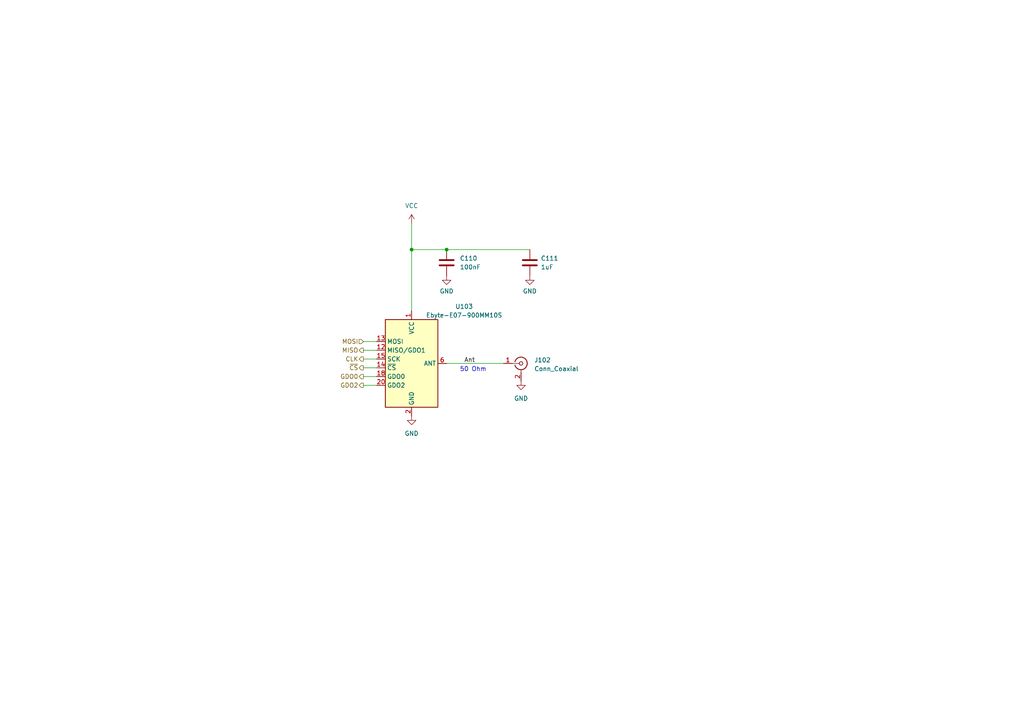
<source format=kicad_sch>
(kicad_sch (version 20230121) (generator eeschema)
  (paper "A4")
  (title_block (title "RF McQuack CC1101") (date "2023-11-10") (rev "1") (company "Andreas Sandberg <andreas@sandberg.uk>"))
  (lib_symbols
    (symbol "Connector:Conn_Coaxial" (pin_names (offset 1.016) hide)
      (property "Reference" "J" (at 0.254 3.048 0))
      (property "Value" "Conn_Coaxial" (at 2.921 0 90))
      (symbol "Conn_Coaxial_0_1"
        (arc (start -1.778 -0.508) (mid 0.2311 -1.8066) (end 1.778 0) (stroke (width 0.254)))
        (polyline (pts (xy -2.54 0) (xy -0.508 0)))
        (polyline (pts (xy 0 -2.54) (xy 0 -1.778)))
        (circle (center 0 0) (radius 0.508) (stroke (width 0.2032)))
        (arc (start 1.778 0) (mid 0.2099 1.8101) (end -1.778 0.508) (stroke (width 0.254)))
      )
      (symbol "Conn_Coaxial_1_1"
        (pin passive line (at -5.08 0 0) (length 2.54) (name "In") (number "1"))
        (pin passive line (at 0 -5.08 90) (length 2.54) (name "Ext") (number "2"))
      )
    )
    (symbol "Device:C" (pin_numbers hide) (pin_names (offset 0.254))
      (property "Reference" "C" (at 0.635 2.54 0))
      (property "Value" "C" (at 0.635 -2.54 0))
      (symbol "C_0_1"
        (polyline (pts (xy -2.032 -0.762) (xy 2.032 -0.762)) (stroke (width 0.508)))
        (polyline (pts (xy -2.032 0.762) (xy 2.032 0.762)) (stroke (width 0.508)))
      )
      (symbol "C_1_1"
        (pin passive line (at 0 3.81 270) (length 2.794) (name "~") (number "1"))
        (pin passive line (at 0 -3.81 90) (length 2.794) (name "~") (number "2"))
      )
    )
    (symbol "power:GND" (power) (pin_names (offset 0))
      (property "Value" "GND" (at 0 -3.81 0))
      (symbol "GND_0_1"
        (polyline (pts (xy 0 0) (xy 0 -1.27) (xy 1.27 -1.27) (xy 0 -2.54) (xy -1.27 -1.27) (xy 0 -1.27)))
      )
      (symbol "GND_1_1"
        (pin power_in line (at 0 0 270) (length 0) hide (name "GND") (number "1"))
      )
    )
    (symbol "power:VCC" (power) (pin_names (offset 0))
      (property "Value" "VCC" (at 0 3.81 0))
      (symbol "VCC_0_1"
        (polyline (pts (xy -0.762 1.27) (xy 0 2.54)))
        (polyline (pts (xy 0 0) (xy 0 2.54)))
        (polyline (pts (xy 0 2.54) (xy 0.762 1.27)))
      )
      (symbol "VCC_1_1"
        (pin power_in line (at 0 0 90) (length 0) hide (name "VCC") (number "1"))
      )
    )
    (symbol "quack:E07-900MM10S"
      (property "Reference" "U" (at 2.54 17.78 0))
      (property "Value" "Ebyte-E07-900MM10S" (at 12.7 13.97 0))
      (symbol "E07-900MM10S_0_1"
        (rectangle (start -7.62 12.7) (end 7.62 -12.7) (stroke (width 0.254)) (fill (type background)))
      )
      (symbol "E07-900MM10S_1_1"
        (pin power_in line (at 0 15.24 270) (length 2.54) (name "VCC") (number "1"))
        (pin output line (at -10.16 3.81 0) (length 2.54) (name "MISO/GDO1") (number "12"))
        (pin input line (at -10.16 6.35 0) (length 2.54) (name "MOSI") (number "13"))
        (pin input line (at -10.16 -1.27 0) (length 2.54) (name "~{CS}") (number "14"))
        (pin input line (at -10.16 1.27 0) (length 2.54) (name "SCK") (number "15"))
        (pin passive line (at 0 -15.24 90) (length 2.54) hide (name "GND") (number "16"))
        (pin bidirectional line (at -10.16 -3.81 0) (length 2.54) (name "GDO0") (number "18"))
        (pin power_in line (at 0 -15.24 90) (length 2.54) (name "GND") (number "2"))
        (pin output line (at -10.16 -6.35 0) (length 2.54) (name "GDO2") (number "20"))
        (pin passive line (at 10.16 0 180) (length 2.54) (name "ANT") (number "6"))
        (pin passive line (at 0 -15.24 90) (length 2.54) hide (name "GND") (number "7"))
      )
    )
  )
  (junction (at 119.38 72.39))
  (junction (at 129.54 72.39))
  (wire (pts (xy 105.41 99.06) (xy 109.22 99.06)))
  (wire (pts (xy 129.54 72.39) (xy 153.67 72.39)))
  (wire (pts (xy 105.41 111.76) (xy 109.22 111.76)))
  (wire (pts (xy 105.41 106.68) (xy 109.22 106.68)))
  (wire (pts (xy 119.38 72.39) (xy 129.54 72.39)))
  (wire (pts (xy 119.38 72.39) (xy 119.38 90.17)))
  (wire (pts (xy 105.41 109.22) (xy 109.22 109.22)))
  (wire (pts (xy 105.41 101.6) (xy 109.22 101.6)))
  (wire (pts (xy 105.41 104.14) (xy 109.22 104.14)))
  (wire (pts (xy 119.38 64.77) (xy 119.38 72.39)))
  (wire (pts (xy 129.54 105.41) (xy 146.05 105.41)))
  (text "50 Ohm" (at 133.35 107.95 0) (effects (font (size 1.27 1.27)) (justify left bottom)))
  (label "Ant" (at 134.62 105.41 0))
  (hierarchical_label "~{CS}" (shape output) (at 105.41 106.68 180))
  (hierarchical_label "GDO2" (shape output) (at 105.41 111.76 180))
  (hierarchical_label "GDO0" (shape output) (at 105.41 109.22 180))
  (hierarchical_label "MOSI" (shape input) (at 105.41 99.06 180))
  (hierarchical_label "CLK" (shape output) (at 105.41 104.14 180))
  (hierarchical_label "MISO" (shape output) (at 105.41 101.6 180))
  (symbol (lib_id "Device:C") (at 153.67 76.2 0) (unit 1)
    (property "Reference" "C111" (at 156.845 74.9299 0) (effects (justify left)))
    (property "Value" "1uF" (at 156.845 77.4699 0) (effects (justify left)))
    (property "Footprint" "Capacitor_SMD:C_0603_1608Metric" (effects hide))
    (property "LCSC Part #" "C15849" (effects hide))
    (instances (project "cc1quack" (path "" (reference "C111") (unit 1)) (path "" (reference "C502") (unit 1))))
  )
  (symbol (lib_id "power:GND") (at 153.67 80.01 0) (unit 1)
    (property "Reference" "#PWR0119" (effects hide))
    (property "Value" "GND" (at 153.67 84.455 0))
    (instances (project "cc1quack" (path "" (reference "#PWR0119") (unit 1)) (path "" (reference "#PWR0505") (unit 1))))
  )
  (symbol (lib_id "power:GND") (at 119.38 120.65 0) (unit 1)
    (property "Reference" "#PWR0128" (effects hide))
    (property "Value" "GND" (at 119.38 125.73 0))
    (instances (project "cc1quack" (path "" (reference "#PWR0128") (unit 1)) (path "" (reference "#PWR0502") (unit 1))))
  )
  (symbol (lib_id "quack:E07-900MM10S") (at 119.38 105.41 0) (unit 1) (in_bom no)
    (property "Reference" "U103" (at 134.62 88.9 0))
    (property "Value" "Ebyte-E07-900MM10S" (at 134.62 91.44 0))
    (property "Footprint" "quack:Ebyte E07-400MM10S" (effects hide))
    (property "Datasheet" "https://www.cdebyte.com/pdf-down.aspx?id=1932" (effects hide))
    (property "LCSC Part #" "C5844212" (effects hide))
    (instances (project "cc1quack" (path "" (reference "U103") (unit 1)) (path "" (reference "U501") (unit 1))))
  )
  (symbol (lib_id "power:VCC") (at 119.38 64.77 0) (unit 1)
    (property "Reference" "#PWR0115" (effects hide))
    (property "Value" "VCC" (at 119.38 59.69 0))
    (instances (project "cc1quack" (path "" (reference "#PWR0115") (unit 1)) (path "" (reference "#PWR0501") (unit 1))))
  )
  (symbol (lib_id "power:GND") (at 151.13 110.49 0) (unit 1)
    (property "Reference" "#PWR0126" (effects hide))
    (property "Value" "GND" (at 151.13 115.57 0))
    (instances (project "cc1quack" (path "" (reference "#PWR0126") (unit 1)) (path "" (reference "#PWR0504") (unit 1))))
  )
  (symbol (lib_id "Connector:Conn_Coaxial") (at 151.13 105.41 0) (unit 1) (in_bom no)
    (property "Reference" "J102" (at 154.94 104.4332 0) (effects (justify left)))
    (property "Value" "Conn_Coaxial" (at 154.94 106.9732 0) (effects (justify left)))
    (property "Footprint" "quack:SMA_Molex_73251-2120_EdgeMount_Horizontal" (effects hide))
    (property "Datasheet" " ~" (effects hide))
    (instances (project "cc1quack" (path "" (reference "J102") (unit 1)) (path "" (reference "J501") (unit 1))))
  )
  (symbol (lib_id "power:GND") (at 129.54 80.01 0) (unit 1)
    (property "Reference" "#PWR0118" (effects hide))
    (property "Value" "GND" (at 129.54 84.455 0))
    (instances (project "cc1quack" (path "" (reference "#PWR0118") (unit 1)) (path "" (reference "#PWR0503") (unit 1))))
  )
  (symbol (lib_id "Device:C") (at 129.54 76.2 0) (mirror x) (unit 1)
    (property "Reference" "C110" (at 133.35 74.93 0) (effects (justify left)))
    (property "Value" "100nF" (at 133.35 77.47 0) (effects (justify left)))
    (property "Footprint" "Capacitor_SMD:C_0603_1608Metric" (effects hide))
    (property "LCSC Part #" "C14663" (effects hide))
    (instances (project "cc1quack" (path "" (reference "C110") (unit 1)) (path "" (reference "C501") (unit 1))))
  )
)
</source>
